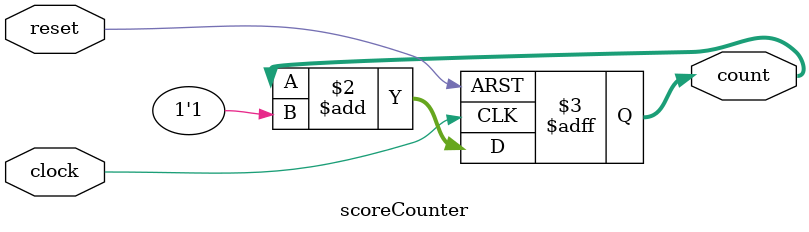
<source format=v>
`timescale 1ns / 1ps
module scoreCounter(
		input clock,
		input reset,
		//input amt,
		output reg [7:0] count
    );

always @ (posedge clock or posedge reset)
begin
		// Reset the counter
		if (reset)
		begin
			count <= 8'b0;
		end
		// Count up by amt
		else
		begin
			count <= (count + 1'b1);
		end
end
endmodule

</source>
